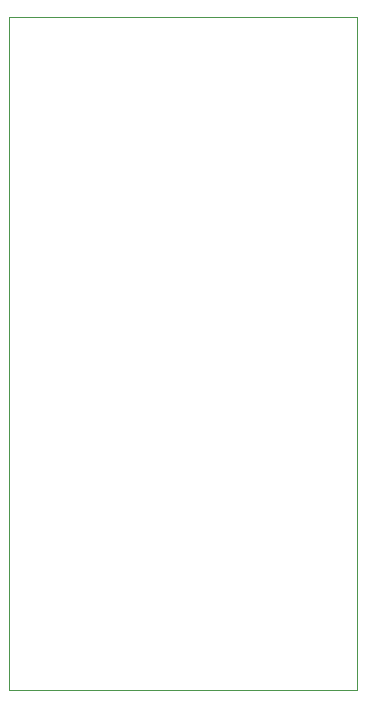
<source format=gbr>
%TF.GenerationSoftware,KiCad,Pcbnew,9.0.7*%
%TF.CreationDate,2026-02-13T16:28:25+02:00*%
%TF.ProjectId,second,7365636f-6e64-42e6-9b69-6361645f7063,rev?*%
%TF.SameCoordinates,Original*%
%TF.FileFunction,Profile,NP*%
%FSLAX46Y46*%
G04 Gerber Fmt 4.6, Leading zero omitted, Abs format (unit mm)*
G04 Created by KiCad (PCBNEW 9.0.7) date 2026-02-13 16:28:25*
%MOMM*%
%LPD*%
G01*
G04 APERTURE LIST*
%TA.AperFunction,Profile*%
%ADD10C,0.050000*%
%TD*%
G04 APERTURE END LIST*
D10*
X86000000Y-89500000D02*
X115500000Y-89500000D01*
X115500000Y-146500000D01*
X86000000Y-146500000D01*
X86000000Y-89500000D01*
M02*

</source>
